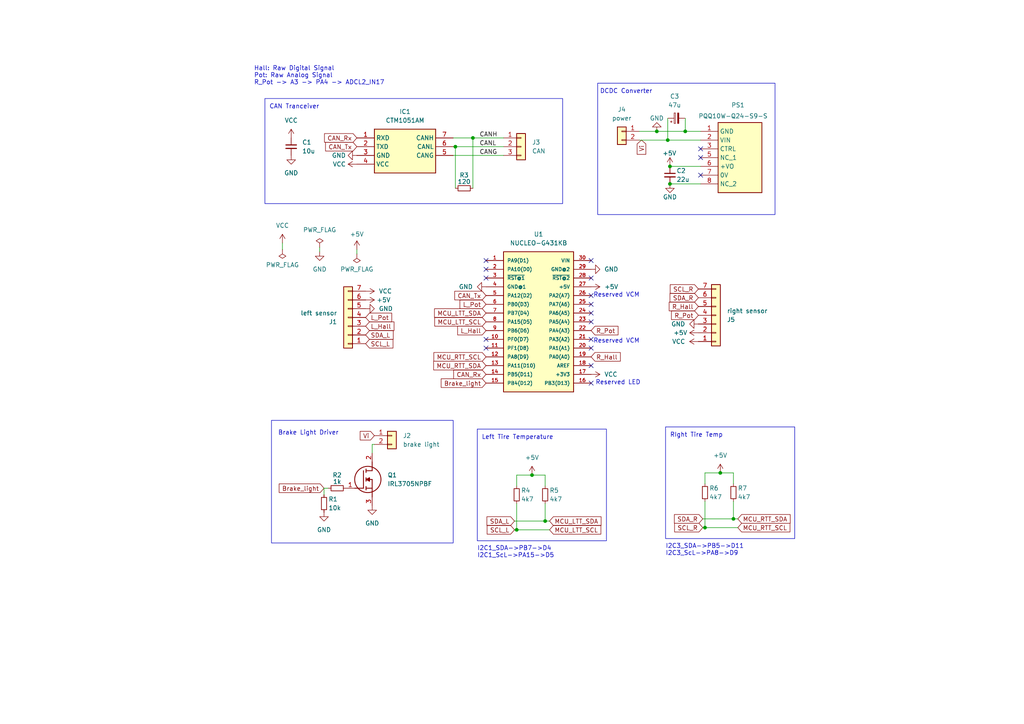
<source format=kicad_sch>
(kicad_sch (version 20230121) (generator eeschema)
  (paper "A4")
  (title_block (title "rearbox nucleo") (date "2023-08-08") (rev "1") (company "NTURacing") (comment 1 "legacy from easyEDA"))
  (lib_symbols
    (symbol "Connector_Generic:Conn_01x02" (pin_names (offset 1.016) hide)
      (property "Reference" "J" (at 0 2.54 0))
      (property "Value" "Conn_01x02" (at 0 -5.08 0))
      (symbol "Conn_01x02_1_1"
        (rectangle (start -1.27 -2.413) (end 0 -2.667) (stroke (width 0.1524)))
        (rectangle (start -1.27 0.127) (end 0 -0.127) (stroke (width 0.1524)))
        (rectangle (start -1.27 1.27) (end 1.27 -3.81) (stroke (width 0.254)) (fill (type background)))
        (pin passive line (at -5.08 0 0) (length 3.81) (name "Pin_1") (number "1"))
        (pin passive line (at -5.08 -2.54 0) (length 3.81) (name "Pin_2") (number "2"))
      )
    )
    (symbol "Connector_Generic:Conn_01x03" (pin_names (offset 1.016) hide)
      (property "Reference" "J" (at 0 5.08 0))
      (property "Value" "Conn_01x03" (at 0 -5.08 0))
      (symbol "Conn_01x03_1_1"
        (rectangle (start -1.27 -2.413) (end 0 -2.667) (stroke (width 0.1524)))
        (rectangle (start -1.27 0.127) (end 0 -0.127) (stroke (width 0.1524)))
        (rectangle (start -1.27 2.667) (end 0 2.413) (stroke (width 0.1524)))
        (rectangle (start -1.27 3.81) (end 1.27 -3.81) (stroke (width 0.254)) (fill (type background)))
        (pin passive line (at -5.08 2.54 0) (length 3.81) (name "Pin_1") (number "1"))
        (pin passive line (at -5.08 0 0) (length 3.81) (name "Pin_2") (number "2"))
        (pin passive line (at -5.08 -2.54 0) (length 3.81) (name "Pin_3") (number "3"))
      )
    )
    (symbol "Connector_Generic:Conn_01x07" (pin_names (offset 1.016) hide)
      (property "Reference" "J" (at 0 10.16 0))
      (property "Value" "Conn_01x07" (at 0 -10.16 0))
      (symbol "Conn_01x07_1_1"
        (rectangle (start -1.27 -7.493) (end 0 -7.747) (stroke (width 0.1524)))
        (rectangle (start -1.27 -4.953) (end 0 -5.207) (stroke (width 0.1524)))
        (rectangle (start -1.27 -2.413) (end 0 -2.667) (stroke (width 0.1524)))
        (rectangle (start -1.27 0.127) (end 0 -0.127) (stroke (width 0.1524)))
        (rectangle (start -1.27 2.667) (end 0 2.413) (stroke (width 0.1524)))
        (rectangle (start -1.27 5.207) (end 0 4.953) (stroke (width 0.1524)))
        (rectangle (start -1.27 7.747) (end 0 7.493) (stroke (width 0.1524)))
        (rectangle (start -1.27 8.89) (end 1.27 -8.89) (stroke (width 0.254)) (fill (type background)))
        (pin passive line (at -5.08 7.62 0) (length 3.81) (name "Pin_1") (number "1"))
        (pin passive line (at -5.08 5.08 0) (length 3.81) (name "Pin_2") (number "2"))
        (pin passive line (at -5.08 2.54 0) (length 3.81) (name "Pin_3") (number "3"))
        (pin passive line (at -5.08 0 0) (length 3.81) (name "Pin_4") (number "4"))
        (pin passive line (at -5.08 -2.54 0) (length 3.81) (name "Pin_5") (number "5"))
        (pin passive line (at -5.08 -5.08 0) (length 3.81) (name "Pin_6") (number "6"))
        (pin passive line (at -5.08 -7.62 0) (length 3.81) (name "Pin_7") (number "7"))
      )
    )
    (symbol "Device:C_Polarized_Small" (pin_numbers hide) (pin_names (offset 0.254) hide)
      (property "Reference" "C" (at 0.254 1.778 0))
      (property "Value" "C_Polarized_Small" (at 0.254 -2.032 0))
      (symbol "C_Polarized_Small_0_1"
        (rectangle (start -1.524 -0.3048) (end 1.524 -0.6858) (fill (type outline)))
        (rectangle (start -1.524 0.6858) (end 1.524 0.3048))
        (polyline (pts (xy -1.27 1.524) (xy -0.762 1.524)))
        (polyline (pts (xy -1.016 1.27) (xy -1.016 1.778)))
      )
      (symbol "C_Polarized_Small_1_1"
        (pin passive line (at 0 2.54 270) (length 1.8542) (name "~") (number "1"))
        (pin passive line (at 0 -2.54 90) (length 1.8542) (name "~") (number "2"))
      )
    )
    (symbol "Device:C_Small" (pin_numbers hide) (pin_names (offset 0.254) hide)
      (property "Reference" "C" (at 0.254 1.778 0))
      (property "Value" "C_Small" (at 0.254 -2.032 0))
      (symbol "C_Small_0_1"
        (polyline (pts (xy -1.524 -0.508) (xy 1.524 -0.508)) (stroke (width 0.3302)))
        (polyline (pts (xy -1.524 0.508) (xy 1.524 0.508)) (stroke (width 0.3048)))
      )
      (symbol "C_Small_1_1"
        (pin passive line (at 0 2.54 270) (length 2.032) (name "~") (number "1"))
        (pin passive line (at 0 -2.54 90) (length 2.032) (name "~") (number "2"))
      )
    )
    (symbol "Device:R_Small" (pin_numbers hide) (pin_names (offset 0.254) hide)
      (property "Reference" "R" (at 0.762 0.508 0))
      (property "Value" "R_Small" (at 0.762 -1.016 0))
      (symbol "R_Small_0_1"
        (rectangle (start -0.762 1.778) (end 0.762 -1.778) (stroke (width 0.2032)))
      )
      (symbol "R_Small_1_1"
        (pin passive line (at 0 2.54 270) (length 0.762) (name "~") (number "1"))
        (pin passive line (at 0 -2.54 90) (length 0.762) (name "~") (number "2"))
      )
    )
    (symbol "SamacSys_Parts:CTM1051AM"
      (property "Reference" "IC" (at 24.13 7.62 0))
      (property "Value" "CTM1051AM" (at 24.13 5.08 0))
      (symbol "CTM1051AM_1_1"
        (rectangle (start 5.08 2.54) (end 22.86 -10.16) (stroke (width 0.254)) (fill (type background)))
        (pin passive line (at 0 0 0) (length 5.08) (name "RXD") (number "1"))
        (pin passive line (at 0 -2.54 0) (length 5.08) (name "TXD") (number "2"))
        (pin passive line (at 0 -5.08 0) (length 5.08) (name "GND") (number "3"))
        (pin passive line (at 0 -7.62 0) (length 5.08) (name "VCC") (number "4"))
        (pin passive line (at 27.94 -5.08 180) (length 5.08) (name "CANG") (number "5"))
        (pin passive line (at 27.94 -2.54 180) (length 5.08) (name "CANL") (number "6"))
        (pin passive line (at 27.94 0 180) (length 5.08) (name "CANH") (number "7"))
      )
    )
    (symbol "SamacSys_Parts:IRL3705NPBF" (pin_names hide)
      (property "Reference" "Q" (at 11.43 3.81 0))
      (property "Value" "IRL3705NPBF" (at 11.43 1.27 0))
      (symbol "IRL3705NPBF_1_1"
        (polyline (pts (xy 2.54 0) (xy 5.08 0)) (stroke (width 0.254)))
        (polyline (pts (xy 5.08 5.08) (xy 5.08 0)) (stroke (width 0.254)))
        (polyline (pts (xy 5.842 -0.508) (xy 5.842 0.508)) (stroke (width 0.254)))
        (polyline (pts (xy 5.842 0) (xy 7.62 0)) (stroke (width 0.254)))
        (polyline (pts (xy 5.842 2.032) (xy 5.842 3.048)) (stroke (width 0.254)))
        (polyline (pts (xy 5.842 5.588) (xy 5.842 4.572)) (stroke (width 0.254)))
        (polyline (pts (xy 7.62 2.54) (xy 5.842 2.54)) (stroke (width 0.254)))
        (polyline (pts (xy 7.62 2.54) (xy 7.62 -2.54)) (stroke (width 0.254)))
        (polyline (pts (xy 7.62 5.08) (xy 5.842 5.08)) (stroke (width 0.254)))
        (polyline (pts (xy 7.62 5.08) (xy 7.62 7.62)) (stroke (width 0.254)))
        (polyline (pts (xy 5.842 2.54) (xy 6.858 3.048) (xy 6.858 2.032) (xy 5.842 2.54)) (stroke (width 0.254)) (fill (type outline)))
        (circle (center 6.35 2.54) (radius 3.81) (stroke (width 0.254)))
        (pin passive line (at 0 0 0) (length 2.54) (name "G") (number "1"))
        (pin passive line (at 7.62 10.16 270) (length 2.54) (name "D") (number "2"))
        (pin passive line (at 7.62 -5.08 90) (length 2.54) (name "S") (number "3"))
      )
    )
    (symbol "SamacSys_Parts:PQQ10W-Q24-S9-S"
      (property "Reference" "PS" (at 19.05 7.62 0))
      (property "Value" "PQQ10W-Q24-S9-S" (at 19.05 5.08 0))
      (symbol "PQQ10W-Q24-S9-S_1_1"
        (rectangle (start 5.08 2.54) (end 17.78 -17.78) (stroke (width 0.254)) (fill (type background)))
        (pin passive line (at 0 0 0) (length 5.08) (name "GND") (number "1"))
        (pin passive line (at 0 -2.54 0) (length 5.08) (name "VIN") (number "2"))
        (pin passive line (at 0 -5.08 0) (length 5.08) (name "CTRL") (number "3"))
        (pin passive line (at 0 -7.62 0) (length 5.08) (name "NC_1") (number "5"))
        (pin passive line (at 0 -10.16 0) (length 5.08) (name "+VO") (number "6"))
        (pin passive line (at 0 -12.7 0) (length 5.08) (name "0V") (number "7"))
        (pin passive line (at 0 -15.24 0) (length 5.08) (name "NC_2") (number "8"))
      )
    )
    (symbol "nturt_kicad_lib:NUCLEO-G431KB" (pin_names (offset 1.016))
      (property "Reference" "U" (at -10.16 21.59 0))
      (property "Value" "NUCLEO-G431KB" (at -2.54 21.59 0))
      (symbol "NUCLEO-G431KB_0_0"
        (rectangle (start -10.16 20.32) (end 10.16 -20.32) (stroke (width 0.254)) (fill (type background)))
        (pin bidirectional line (at -15.24 17.78 0) (length 5.08) (name "PA9(D1)") (number "1"))
        (pin bidirectional line (at -15.24 -5.08 0) (length 5.08) (name "PF0(D7)") (number "10"))
        (pin bidirectional line (at -15.24 -7.62 0) (length 5.08) (name "PF1(D8)") (number "11"))
        (pin bidirectional line (at -15.24 -10.16 0) (length 5.08) (name "PA8(D9)") (number "12"))
        (pin bidirectional line (at -15.24 -12.7 0) (length 5.08) (name "PA11(D10)") (number "13"))
        (pin bidirectional line (at -15.24 -15.24 0) (length 5.08) (name "PB5(D11)") (number "14"))
        (pin bidirectional line (at -15.24 -17.78 0) (length 5.08) (name "PB4(D12)") (number "15"))
        (pin bidirectional line (at 15.24 -17.78 180) (length 5.08) (name "PB3(D13)") (number "16"))
        (pin passive line (at 15.24 -15.24 180) (length 5.08) (name "+3V3") (number "17"))
        (pin passive line (at 15.24 -12.7 180) (length 5.08) (name "AREF") (number "18"))
        (pin bidirectional line (at 15.24 -10.16 180) (length 5.08) (name "PA0(A0)") (number "19"))
        (pin bidirectional line (at -15.24 15.24 0) (length 5.08) (name "PA10(D0)") (number "2"))
        (pin bidirectional line (at 15.24 -7.62 180) (length 5.08) (name "PA1(A1)") (number "20"))
        (pin bidirectional line (at 15.24 -5.08 180) (length 5.08) (name "PA3(A2)") (number "21"))
        (pin bidirectional line (at 15.24 -2.54 180) (length 5.08) (name "PA4(A3)") (number "22"))
        (pin bidirectional line (at 15.24 0 180) (length 5.08) (name "PA5(A4)") (number "23"))
        (pin bidirectional line (at 15.24 2.54 180) (length 5.08) (name "PA6(A5)") (number "24"))
        (pin bidirectional line (at 15.24 5.08 180) (length 5.08) (name "PA7(A6)") (number "25"))
        (pin bidirectional line (at 15.24 7.62 180) (length 5.08) (name "PA2(A7)") (number "26"))
        (pin passive line (at 15.24 10.16 180) (length 5.08) (name "+5V") (number "27"))
        (pin bidirectional line (at 15.24 12.7 180) (length 5.08) (name "~{RST@2}") (number "28"))
        (pin passive line (at 15.24 15.24 180) (length 5.08) (name "GND@2") (number "29"))
        (pin bidirectional line (at -15.24 12.7 0) (length 5.08) (name "~{RST@1}") (number "3"))
        (pin passive line (at 15.24 17.78 180) (length 5.08) (name "VIN") (number "30"))
        (pin passive line (at -15.24 10.16 0) (length 5.08) (name "GND@1") (number "4"))
        (pin bidirectional line (at -15.24 7.62 0) (length 5.08) (name "PA12(D2)") (number "5"))
        (pin bidirectional line (at -15.24 5.08 0) (length 5.08) (name "PB0(D3)") (number "6"))
        (pin bidirectional line (at -15.24 2.54 0) (length 5.08) (name "PB7(D4)") (number "7"))
        (pin bidirectional line (at -15.24 0 0) (length 5.08) (name "PA15(D5)") (number "8"))
        (pin bidirectional line (at -15.24 -2.54 0) (length 5.08) (name "PB6(D6)") (number "9"))
      )
    )
    (symbol "power:+5V" (power) (pin_names (offset 0))
      (property "Value" "+5V" (at 0 3.556 0))
      (symbol "+5V_0_1"
        (polyline (pts (xy -0.762 1.27) (xy 0 2.54)))
        (polyline (pts (xy 0 0) (xy 0 2.54)))
        (polyline (pts (xy 0 2.54) (xy 0.762 1.27)))
      )
      (symbol "+5V_1_1"
        (pin power_in line (at 0 0 90) (length 0) hide (name "+5V") (number "1"))
      )
    )
    (symbol "power:GND" (power) (pin_names (offset 0))
      (property "Value" "GND" (at 0 -3.81 0))
      (symbol "GND_0_1"
        (polyline (pts (xy 0 0) (xy 0 -1.27) (xy 1.27 -1.27) (xy 0 -2.54) (xy -1.27 -1.27) (xy 0 -1.27)))
      )
      (symbol "GND_1_1"
        (pin power_in line (at 0 0 270) (length 0) hide (name "GND") (number "1"))
      )
    )
    (symbol "power:PWR_FLAG" (power) (pin_numbers hide) (pin_names (offset 0) hide)
      (property "Value" "PWR_FLAG" (at 0 3.81 0))
      (symbol "PWR_FLAG_0_0"
        (pin power_out line (at 0 0 90) (length 0) (name "pwr") (number "1"))
      )
      (symbol "PWR_FLAG_0_1"
        (polyline (pts (xy 0 0) (xy 0 1.27) (xy -1.016 1.905) (xy 0 2.54) (xy 1.016 1.905) (xy 0 1.27)))
      )
    )
    (symbol "power:VCC" (power) (pin_names (offset 0))
      (property "Value" "VCC" (at 0 3.81 0))
      (symbol "VCC_0_1"
        (polyline (pts (xy -0.762 1.27) (xy 0 2.54)))
        (polyline (pts (xy 0 0) (xy 0 2.54)))
        (polyline (pts (xy 0 2.54) (xy 0.762 1.27)))
      )
      (symbol "VCC_1_1"
        (pin power_in line (at 0 0 90) (length 0) hide (name "VCC") (number "1"))
      )
    )
  )
  (junction (at 194.31 53.34))
  (junction (at 208.915 137.16))
  (junction (at 149.86 153.67))
  (junction (at 132.08 42.545))
  (junction (at 212.725 150.495))
  (junction (at 158.115 151.13))
  (junction (at 190.5 38.1))
  (junction (at 193.675 40.64))
  (junction (at 137.16 40.005))
  (junction (at 204.47 153.035))
  (junction (at 154.305 137.795))
  (junction (at 194.31 48.26))
  (junction (at 198.755 38.1))
  (no_connect (at 203.2 50.8))
  (no_connect (at 140.97 100.965))
  (no_connect (at 140.97 78.105))
  (no_connect (at 203.2 45.72))
  (no_connect (at 140.97 80.645))
  (no_connect (at 171.45 90.805))
  (no_connect (at 140.97 98.425))
  (no_connect (at 171.45 85.725))
  (no_connect (at 171.45 88.265))
  (no_connect (at 140.97 75.565))
  (no_connect (at 171.45 75.565))
  (no_connect (at 171.45 111.125))
  (no_connect (at 203.2 43.18))
  (no_connect (at 171.45 98.425))
  (no_connect (at 171.45 93.345))
  (no_connect (at 171.45 80.645))
  (no_connect (at 171.45 106.045))
  (no_connect (at 171.45 100.965))
  (wire (pts (xy 203.835 153.035) (xy 204.47 153.035)))
  (wire (pts (xy 204.47 145.415) (xy 204.47 153.035)))
  (wire (pts (xy 107.95 128.905) (xy 107.95 131.445)))
  (wire (pts (xy 149.86 153.67) (xy 159.385 153.67)))
  (wire (pts (xy 149.86 137.795) (xy 154.305 137.795)))
  (wire (pts (xy 212.725 150.495) (xy 213.995 150.495)))
  (wire (pts (xy 132.08 42.545) (xy 132.08 54.61)))
  (wire (pts (xy 149.225 153.67) (xy 149.86 153.67)))
  (wire (pts (xy 93.98 141.605) (xy 95.25 141.605)))
  (wire (pts (xy 131.445 40.005) (xy 137.16 40.005)))
  (wire (pts (xy 108.585 128.905) (xy 107.95 128.905)))
  (wire (pts (xy 198.755 38.1) (xy 203.2 38.1)))
  (wire (pts (xy 149.86 146.05) (xy 149.86 153.67)))
  (wire (pts (xy 149.225 151.13) (xy 158.115 151.13)))
  (wire (pts (xy 158.115 140.97) (xy 158.115 137.795)))
  (wire (pts (xy 198.755 34.29) (xy 198.755 38.1)))
  (wire (pts (xy 185.42 38.1) (xy 190.5 38.1)))
  (wire (pts (xy 212.725 140.335) (xy 212.725 137.16)))
  (wire (pts (xy 194.31 53.34) (xy 203.2 53.34)))
  (wire (pts (xy 132.08 42.545) (xy 146.05 42.545)))
  (wire (pts (xy 204.47 153.035) (xy 213.995 153.035)))
  (wire (pts (xy 193.675 40.64) (xy 203.2 40.64)))
  (wire (pts (xy 137.16 54.61) (xy 137.16 40.005)))
  (wire (pts (xy 132.08 42.545) (xy 131.445 42.545)))
  (wire (pts (xy 81.915 70.485) (xy 81.915 72.39)))
  (wire (pts (xy 137.16 40.005) (xy 146.05 40.005)))
  (wire (pts (xy 203.835 150.495) (xy 212.725 150.495)))
  (wire (pts (xy 92.71 71.755) (xy 92.71 73.025)))
  (wire (pts (xy 204.47 137.16) (xy 208.915 137.16)))
  (wire (pts (xy 190.5 38.1) (xy 198.755 38.1)))
  (wire (pts (xy 93.98 143.51) (xy 93.98 141.605)))
  (wire (pts (xy 149.86 140.97) (xy 149.86 137.795)))
  (wire (pts (xy 103.505 72.39) (xy 103.505 73.66)))
  (wire (pts (xy 158.115 146.05) (xy 158.115 151.13)))
  (wire (pts (xy 131.445 45.085) (xy 146.05 45.085)))
  (wire (pts (xy 204.47 140.335) (xy 204.47 137.16)))
  (wire (pts (xy 194.31 48.26) (xy 203.2 48.26)))
  (wire (pts (xy 212.725 145.415) (xy 212.725 150.495)))
  (wire (pts (xy 193.675 34.29) (xy 193.675 40.64)))
  (wire (pts (xy 208.915 137.16) (xy 212.725 137.16)))
  (wire (pts (xy 158.115 151.13) (xy 159.385 151.13)))
  (wire (pts (xy 154.305 137.795) (xy 158.115 137.795)))
  (wire (pts (xy 185.42 40.64) (xy 193.675 40.64)))
  (rectangle (start 78.74 121.92) (end 131.445 157.48))
  (rectangle (start 193.04 123.825) (end 230.505 156.21))
  (rectangle (start 173.355 24.13) (end 224.79 62.23))
  (rectangle (start 138.43 124.46) (end 175.895 156.845))
  (rectangle (start 76.835 28.575) (end 163.195 59.055))
  (text "RIght Tire Temp" (at 194.31 127 0) (effects (font (size 1.27 1.27)) (justify left bottom)))
  (text "Brake Light Driver\n" (at 80.645 126.365 0) (effects (font (size 1.27 1.27)) (justify left bottom)))
  (text "I2C3_SDA->PB5->D11\nI2C3_ScL->PA8->D9\n" (at 193.04 161.29 0) (effects (font (size 1.27 1.27)) (justify left bottom)))
  (text "Reserved VCM" (at 172.085 86.36 0) (effects (font (size 1.27 1.27)) (justify left bottom)))
  (text "Reserved VCM" (at 172.085 99.695 0) (effects (font (size 1.27 1.27)) (justify left bottom)))
  (text "Reserved LED\n" (at 172.72 111.76 0) (effects (font (size 1.27 1.27)) (justify left bottom)))
  (text "Left Tire Temperature" (at 139.7 127.635 0) (effects (font (size 1.27 1.27)) (justify left bottom)))
  (text "I2C1_SDA->PB7->D4\nI2C1_ScL->PA15->D5" (at 138.43 161.925 0) (effects (font (size 1.27 1.27)) (justify left bottom)))
  (text "CAN Tranceiver" (at 78.105 31.75 0) (effects (font (size 1.27 1.27)) (justify left bottom)))
  (text "Hall: Raw Digital Signal\nPot: Raw Analog Signal\nR_Pot -> A3 -> PA4 -> ADCL2_IN17" (at 73.66 24.765 0) (effects (font (size 1.27 1.27)) (justify left bottom)))
  (text "DCDC Converter" (at 173.99 27.305 0) (effects (font (size 1.27 1.27)) (justify left bottom)))
  (label "CANL" (at 139.065 42.545 0))
  (label "CANG" (at 139.065 45.085 0))
  (label "CANH" (at 139.065 40.005 0))
  (global_label "MCU_LTT_SCL" (shape input) (at 159.385 153.67 0) (property "Intersheetrefs" "${INTERSHEET_REFS}" (effects hide)))
  (global_label "MCU_LTT_SCL" (shape input) (at 140.97 93.345 180) (property "Intersheetrefs" "${INTERSHEET_REFS}" (effects hide)))
  (global_label "SDA_L" (shape input) (at 149.225 151.13 180) (property "Intersheetrefs" "${INTERSHEET_REFS}" (effects hide)))
  (global_label "MCU_RTT_SCL" (shape input) (at 213.995 153.035 0) (property "Intersheetrefs" "${INTERSHEET_REFS}" (effects hide)))
  (global_label "SCL_L" (shape input) (at 106.045 99.695 0) (property "Intersheetrefs" "${INTERSHEET_REFS}" (effects hide)))
  (global_label "SDA_R" (shape input) (at 202.565 86.36 180) (property "Intersheetrefs" "${INTERSHEET_REFS}" (effects hide)))
  (global_label "L_Pot" (shape input) (at 106.045 92.075 0) (property "Intersheetrefs" "${INTERSHEET_REFS}" (effects hide)))
  (global_label "SCL_R" (shape input) (at 202.565 83.82 180) (property "Intersheetrefs" "${INTERSHEET_REFS}" (effects hide)))
  (global_label "L_Hall" (shape input) (at 106.045 94.615 0) (property "Intersheetrefs" "${INTERSHEET_REFS}" (effects hide)))
  (global_label "MCU_RTT_SDA" (shape input) (at 140.97 106.045 180) (property "Intersheetrefs" "${INTERSHEET_REFS}" (effects hide)))
  (global_label "Vi" (shape input) (at 186.055 40.64 270) (property "Intersheetrefs" "${INTERSHEET_REFS}" (effects hide)))
  (global_label "MCU_LTT_SDA" (shape input) (at 140.97 90.805 180) (property "Intersheetrefs" "${INTERSHEET_REFS}" (effects hide)))
  (global_label "CAN_Rx" (shape input) (at 140.97 108.585 180) (property "Intersheetrefs" "${INTERSHEET_REFS}" (effects hide)))
  (global_label "R_Hall" (shape input) (at 171.45 103.505 0) (property "Intersheetrefs" "${INTERSHEET_REFS}" (effects hide)))
  (global_label "Vi" (shape input) (at 108.585 126.365 180) (property "Intersheetrefs" "${INTERSHEET_REFS}" (effects hide)))
  (global_label "CAN_Tx" (shape input) (at 103.505 42.545 180) (property "Intersheetrefs" "${INTERSHEET_REFS}" (effects hide)))
  (global_label "L_Pot" (shape input) (at 140.97 88.265 180) (property "Intersheetrefs" "${INTERSHEET_REFS}" (effects hide)))
  (global_label "MCU_RTT_SCL" (shape input) (at 140.97 103.505 180) (property "Intersheetrefs" "${INTERSHEET_REFS}" (effects hide)))
  (global_label "R_Pot" (shape input) (at 202.565 91.44 180) (property "Intersheetrefs" "${INTERSHEET_REFS}" (effects hide)))
  (global_label "CAN_Rx" (shape input) (at 103.505 40.005 180) (property "Intersheetrefs" "${INTERSHEET_REFS}" (effects hide)))
  (global_label "R_Pot" (shape input) (at 171.45 95.885 0) (property "Intersheetrefs" "${INTERSHEET_REFS}" (effects hide)))
  (global_label "MCU_RTT_SDA" (shape input) (at 213.995 150.495 0) (property "Intersheetrefs" "${INTERSHEET_REFS}" (effects hide)))
  (global_label "CAN_Tx" (shape input) (at 140.97 85.725 180) (property "Intersheetrefs" "${INTERSHEET_REFS}" (effects hide)))
  (global_label "SDA_L" (shape input) (at 106.045 97.155 0) (property "Intersheetrefs" "${INTERSHEET_REFS}" (effects hide)))
  (global_label "MCU_LTT_SDA" (shape input) (at 159.385 151.13 0) (property "Intersheetrefs" "${INTERSHEET_REFS}" (effects hide)))
  (global_label "Brake_light" (shape input) (at 93.98 141.605 180) (property "Intersheetrefs" "${INTERSHEET_REFS}" (effects hide)))
  (global_label "Brake_light" (shape input) (at 140.97 111.125 180) (property "Intersheetrefs" "${INTERSHEET_REFS}" (effects hide)))
  (global_label "SDA_R" (shape input) (at 203.835 150.495 180) (property "Intersheetrefs" "${INTERSHEET_REFS}" (effects hide)))
  (global_label "R_Hall" (shape input) (at 202.565 88.9 180) (property "Intersheetrefs" "${INTERSHEET_REFS}" (effects hide)))
  (global_label "L_Hall" (shape input) (at 140.97 95.885 180) (property "Intersheetrefs" "${INTERSHEET_REFS}" (effects hide)))
  (global_label "SCL_R" (shape input) (at 203.835 153.035 180) (property "Intersheetrefs" "${INTERSHEET_REFS}" (effects hide)))
  (global_label "SCL_L" (shape input) (at 149.225 153.67 180) (property "Intersheetrefs" "${INTERSHEET_REFS}" (effects hide)))
  (symbol (lib_id "Device:C_Small") (at 194.31 50.8 0) (unit 1)
    (property "Reference" "C2" (at 196.215 49.53 0) (effects (justify left)))
    (property "Value" "22u" (at 196.215 52.07 0) (effects (justify left)))
    (property "Footprint" "Capacitor_THT:CP_Radial_D6.3mm_P2.50mm" (effects hide))
  )
  (symbol (lib_id "Device:R_Small") (at 158.115 143.51 0) (unit 1)
    (property "Reference" "R5" (at 159.385 142.24 0) (effects (justify left)))
    (property "Value" "4k7" (at 159.385 144.78 0) (effects (justify left)))
    (property "Footprint" "Resistor_SMD:R_0603_1608Metric_Pad0.98x0.95mm_HandSolder" (effects hide))
  )
  (symbol (lib_id "SamacSys_Parts:IRL3705NPBF") (at 100.33 141.605 0) (unit 1)
    (property "Reference" "Q1" (at 112.395 137.795 0) (effects (justify left)))
    (property "Value" "IRL3705NPBF" (at 112.395 140.335 0) (effects (justify left)))
    (property "Footprint" "SamacSys_Parts:TO254P469X1042X1930-3P" (effects hide))
    (property "Datasheet" "https://www.infineon.com/dgdl/irl3705n.pdf?fileId=5546d462533600a40153565f29f42532" (effects hide))
    (property "Height" "4.69" (effects hide))
    (property "Manufacturer_Name" "Infineon" (effects hide))
    (property "Manufacturer_Part_Number" "IRL3705NPBF" (effects hide))
    (property "Mouser Part Number" "942-IRL3705NPBF" (effects hide))
    (property "Mouser Price/Stock" "https://www.mouser.co.uk/ProductDetail/Infineon-Technologies/IRL3705NPBF?qs=9%252BKlkBgLFf3RbtP30EBJKw%3D%3D" (effects hide))
    (property "Arrow Part Number" "IRL3705NPBF" (effects hide))
    (property "Arrow Price/Stock" "https://www.arrow.com/en/products/irl3705npbf/infineon-technologies-ag?region=europe" (effects hide))
  )
  (symbol (lib_id "SamacSys_Parts:CTM1051AM") (at 103.505 40.005 0) (unit 1)
    (property "Reference" "IC1" (at 117.475 32.385 0))
    (property "Value" "CTM1051AM" (at 117.475 34.925 0))
    (property "Footprint" "SamacSys_Parts:CTM1051AM" (effects hide))
    (property "Datasheet" "https://datasheet.lcsc.com/lcsc/1809010910_ZLG-Zhiyuan-Elec-CTM1051M_C91259.pdf" (effects hide))
    (property "Height" "8.1" (effects hide))
    (property "Manufacturer_Name" "Guangzhou ZHIYUAN Electronics CO., LTD" (effects hide))
    (property "Manufacturer_Part_Number" "CTM1051AM" (effects hide))
  )
  (symbol (lib_id "power:+5V") (at 106.045 86.995 270) (unit 1)
    (property "Reference" "#PWR07" (effects hide))
    (property "Value" "+5V" (at 109.22 86.995 90) (effects (justify left)))
  )
  (symbol (lib_id "power:+5V") (at 171.45 83.185 270) (unit 1)
    (property "Reference" "#PWR013" (effects hide))
    (property "Value" "+5V" (at 175.26 83.185 90) (effects (justify left)))
  )
  (symbol (lib_id "power:VCC") (at 84.455 40.005 0) (unit 1)
    (property "Reference" "#PWR01" (effects hide))
    (property "Value" "VCC" (at 84.455 34.925 0))
  )
  (symbol (lib_id "Device:R_Small") (at 93.98 146.05 0) (unit 1)
    (property "Reference" "R1" (at 95.25 144.78 0) (effects (justify left)))
    (property "Value" "10k" (at 95.25 147.32 0) (effects (justify left)))
    (property "Footprint" "Resistor_SMD:R_0603_1608Metric_Pad0.98x0.95mm_HandSolder" (effects hide))
  )
  (symbol (lib_id "Device:R_Small") (at 149.86 143.51 0) (unit 1)
    (property "Reference" "R4" (at 151.13 142.24 0) (effects (justify left)))
    (property "Value" "4k7" (at 151.13 144.78 0) (effects (justify left)))
    (property "Footprint" "Resistor_SMD:R_0603_1608Metric_Pad0.98x0.95mm_HandSolder" (effects hide))
  )
  (symbol (lib_id "Connector_Generic:Conn_01x02") (at 113.665 126.365 0) (unit 1)
    (property "Reference" "J2" (at 116.84 126.365 0) (effects (justify left)))
    (property "Value" "brake light" (at 116.84 128.905 0) (effects (justify left)))
    (property "Footprint" "Connector_JST:JST_XH_B2B-XH-A_1x02_P2.50mm_Vertical" (effects hide))
  )
  (symbol (lib_id "power:GND") (at 202.565 93.98 270) (unit 1)
    (property "Reference" "#PWR018" (effects hide))
    (property "Value" "GND" (at 198.755 93.98 90) (effects (justify right)))
  )
  (symbol (lib_id "power:VCC") (at 171.45 108.585 270) (unit 1)
    (property "Reference" "#PWR014" (effects hide))
    (property "Value" "VCC" (at 175.26 108.585 90) (effects (justify left)))
  )
  (symbol (lib_id "power:VCC") (at 202.565 99.06 90) (unit 1)
    (property "Reference" "#PWR020" (effects hide))
    (property "Value" "VCC" (at 198.755 99.06 90) (effects (justify left)))
  )
  (symbol (lib_id "Device:R_Small") (at 134.62 54.61 90) (unit 1)
    (property "Reference" "R3" (at 134.62 50.8 90))
    (property "Value" "120" (at 134.62 52.705 90))
    (property "Footprint" "Resistor_SMD:R_1206_3216Metric_Pad1.30x1.75mm_HandSolder" (effects hide))
  )
  (symbol (lib_id "power:+5V") (at 194.31 48.26 0) (mirror y) (unit 1)
    (property "Reference" "#PWR016" (effects hide))
    (property "Value" "+5V" (at 196.215 44.45 0) (effects (justify left)))
  )
  (symbol (lib_id "SamacSys_Parts:PQQ10W-Q24-S9-S") (at 203.2 38.1 0) (unit 1)
    (property "Reference" "PS1" (at 212.09 30.48 0) (effects (justify left)))
    (property "Value" "PQQ10W-Q24-S9-S" (at 202.565 33.655 0) (effects (justify left)))
    (property "Footprint" "SamacSys_Parts:PQQ10WQ24S9S" (effects hide))
    (property "Datasheet" "https://www.mouser.de/datasheet/2/670/pqq10w_s-1915167.pdf" (effects hide))
    (property "Height" "12.5" (effects hide))
    (property "Manufacturer_Name" "CUI Inc." (effects hide))
    (property "Manufacturer_Part_Number" "PQQ10W-Q24-S9-S" (effects hide))
  )
  (symbol (lib_id "power:PWR_FLAG") (at 81.915 72.39 180) (unit 1)
    (property "Reference" "#FLG01" (effects hide))
    (property "Value" "PWR_FLAG" (at 81.915 76.835 0))
  )
  (symbol (lib_id "power:+5V") (at 103.505 72.39 0) (unit 1)
    (property "Reference" "#PWR024" (effects hide))
    (property "Value" "+5V" (at 103.505 67.945 0))
  )
  (symbol (lib_id "power:GND") (at 92.71 73.025 0) (unit 1)
    (property "Reference" "#PWR023" (effects hide))
    (property "Value" "GND" (at 92.71 78.105 0))
  )
  (symbol (lib_id "Connector_Generic:Conn_01x03") (at 151.13 42.545 0) (unit 1)
    (property "Reference" "J3" (at 154.305 41.275 0) (effects (justify left)))
    (property "Value" "CAN" (at 154.305 43.815 0) (effects (justify left)))
    (property "Footprint" "Connector_JST:JST_XH_B3B-XH-A_1x03_P2.50mm_Vertical" (effects hide))
  )
  (symbol (lib_id "power:GND") (at 107.95 146.685 0) (unit 1)
    (property "Reference" "#PWR09" (effects hide))
    (property "Value" "GND" (at 107.95 151.765 0))
  )
  (symbol (lib_id "power:GND") (at 140.97 83.185 270) (unit 1)
    (property "Reference" "#PWR010" (effects hide))
    (property "Value" "GND" (at 137.16 83.185 90) (effects (justify right)))
  )
  (symbol (lib_id "Connector_Generic:Conn_01x07") (at 207.645 91.44 0) (mirror x) (unit 1)
    (property "Reference" "J5" (at 210.82 92.71 0) (effects (justify left)))
    (property "Value" "right sensor" (at 210.82 90.17 0) (effects (justify left)))
    (property "Footprint" "Connector_JST:JST_XH_B7B-XH-A_1x07_P2.50mm_Vertical" (effects hide))
  )
  (symbol (lib_id "Connector_Generic:Conn_01x07") (at 100.965 92.075 180) (unit 1)
    (property "Reference" "J1" (at 97.79 93.345 0) (effects (justify left)))
    (property "Value" "left sensor" (at 97.79 90.805 0) (effects (justify left)))
    (property "Footprint" "Connector_JST:JST_XH_B7B-XH-A_1x07_P2.50mm_Vertical" (effects hide))
  )
  (symbol (lib_id "Device:C_Small") (at 84.455 42.545 0) (unit 1)
    (property "Reference" "C1" (at 87.63 41.2813 0) (effects (justify left)))
    (property "Value" "10u" (at 87.63 43.8213 0) (effects (justify left)))
    (property "Footprint" "Capacitor_SMD:C_0805_2012Metric_Pad1.18x1.45mm_HandSolder" (effects hide))
  )
  (symbol (lib_id "nturt_kicad_lib:NUCLEO-G431KB") (at 156.21 93.345 0) (unit 1)
    (property "Reference" "U1" (at 156.21 67.945 0))
    (property "Value" "NUCLEO-G431KB" (at 156.21 70.485 0))
    (property "Footprint" "nturt_kicad_lib:NUCLEO-G431KB" (effects hide))
    (property "MANUFACTURER_NAME" "STMicroelectronics" (effects hide))
    (property "RS_PRICE-STOCK" "http://uk.rs-online.com/web/p/products/9092862" (effects hide))
    (property "DESCRIPTION" "STM32 Nucleo-32 development board" (effects hide))
    (property "RS_PART_NUMBER" "9092862" (effects hide))
    (property "HEIGHT" "15mm" (effects hide))
    (property "ARROW_PRICE-STOCK" "https://www.arrow.com/en/products/nucleo-f303k8/stmicroelectronics" (effects hide))
    (property "ARROW_PART_NUMBER" "NUCLEO-F303K8" (effects hide))
    (property "MANUFACTURER_PART_NUMBER" "NUCLEO-F303K8" (effects hide))
  )
  (symbol (lib_id "power:VCC") (at 103.505 47.625 90) (unit 1)
    (property "Reference" "#PWR04" (effects hide))
    (property "Value" "VCC" (at 100.33 47.625 90) (effects (justify left)))
  )
  (symbol (lib_id "power:GND") (at 106.045 89.535 90) (unit 1)
    (property "Reference" "#PWR08" (effects hide))
    (property "Value" "GND" (at 109.855 89.535 90) (effects (justify right)))
  )
  (symbol (lib_id "power:+5V") (at 154.305 137.795 0) (unit 1)
    (property "Reference" "#PWR011" (effects hide))
    (property "Value" "+5V" (at 154.305 132.715 0))
  )
  (symbol (lib_id "power:+5V") (at 208.915 137.16 0) (unit 1)
    (property "Reference" "#PWR021" (effects hide))
    (property "Value" "+5V" (at 208.915 132.08 0))
  )
  (symbol (lib_id "Device:R_Small") (at 204.47 142.875 0) (unit 1)
    (property "Reference" "R6" (at 205.74 141.605 0) (effects (justify left)))
    (property "Value" "4k7" (at 205.74 144.145 0) (effects (justify left)))
    (property "Footprint" "Resistor_SMD:R_0603_1608Metric_Pad0.98x0.95mm_HandSolder" (effects hide))
  )
  (symbol (lib_id "Device:R_Small") (at 97.79 141.605 90) (unit 1)
    (property "Reference" "R2" (at 97.79 137.795 90))
    (property "Value" "1k" (at 97.79 139.7 90))
    (property "Footprint" "Resistor_SMD:R_0603_1608Metric_Pad0.98x0.95mm_HandSolder" (effects hide))
  )
  (symbol (lib_id "power:GND") (at 171.45 78.105 90) (unit 1)
    (property "Reference" "#PWR012" (effects hide))
    (property "Value" "GND" (at 175.26 78.105 90) (effects (justify right)))
  )
  (symbol (lib_id "power:GND") (at 84.455 45.085 0) (unit 1)
    (property "Reference" "#PWR02" (effects hide))
    (property "Value" "GND" (at 84.455 50.165 0))
  )
  (symbol (lib_id "power:PWR_FLAG") (at 103.505 73.66 180) (unit 1)
    (property "Reference" "#FLG03" (effects hide))
    (property "Value" "PWR_FLAG" (at 103.505 78.105 0))
  )
  (symbol (lib_id "power:VCC") (at 81.915 70.485 0) (unit 1)
    (property "Reference" "#PWR022" (effects hide))
    (property "Value" "VCC" (at 81.915 65.405 0))
  )
  (symbol (lib_id "power:GND") (at 93.98 148.59 0) (unit 1)
    (property "Reference" "#PWR03" (effects hide))
    (property "Value" "GND" (at 93.98 153.67 0))
  )
  (symbol (lib_id "Device:C_Polarized_Small") (at 196.215 34.29 90) (unit 1)
    (property "Reference" "C3" (at 195.6689 27.94 90))
    (property "Value" "47u" (at 195.6689 30.48 90))
    (property "Footprint" "Capacitor_THT:CP_Radial_Tantal_D6.0mm_P2.50mm" (effects hide))
  )
  (symbol (lib_id "Connector_Generic:Conn_01x02") (at 180.34 38.1 0) (mirror y) (unit 1)
    (property "Reference" "J4" (at 180.34 31.75 0))
    (property "Value" "power" (at 180.34 34.29 0))
    (property "Footprint" "Connector_JST:JST_XH_B2B-XH-A_1x02_P2.50mm_Vertical" (effects hide))
  )
  (symbol (lib_id "power:+5V") (at 202.565 96.52 90) (unit 1)
    (property "Reference" "#PWR019" (effects hide))
    (property "Value" "+5V" (at 199.39 96.52 90) (effects (justify left)))
  )
  (symbol (lib_id "power:PWR_FLAG") (at 92.71 71.755 0) (unit 1)
    (property "Reference" "#FLG02" (effects hide))
    (property "Value" "PWR_FLAG" (at 92.71 66.675 0))
  )
  (symbol (lib_id "power:GND") (at 194.31 53.34 0) (unit 1)
    (property "Reference" "#PWR017" (effects hide))
    (property "Value" "GND" (at 194.31 57.15 0))
  )
  (symbol (lib_id "power:VCC") (at 106.045 84.455 270) (unit 1)
    (property "Reference" "#PWR06" (effects hide))
    (property "Value" "VCC" (at 109.855 84.455 90) (effects (justify left)))
  )
  (symbol (lib_id "Device:R_Small") (at 212.725 142.875 0) (unit 1)
    (property "Reference" "R7" (at 213.995 141.605 0) (effects (justify left)))
    (property "Value" "4k7" (at 213.995 144.145 0) (effects (justify left)))
    (property "Footprint" "Resistor_SMD:R_0603_1608Metric_Pad0.98x0.95mm_HandSolder" (effects hide))
  )
  (symbol (lib_id "power:GND") (at 190.5 38.1 180) (unit 1)
    (property "Reference" "#PWR015" (effects hide))
    (property "Value" "GND" (at 190.5 34.29 0))
  )
  (symbol (lib_id "power:GND") (at 103.505 45.085 270) (unit 1)
    (property "Reference" "#PWR05" (effects hide))
    (property "Value" "GND" (at 100.33 45.085 90) (effects (justify right)))
  )
)
</source>
